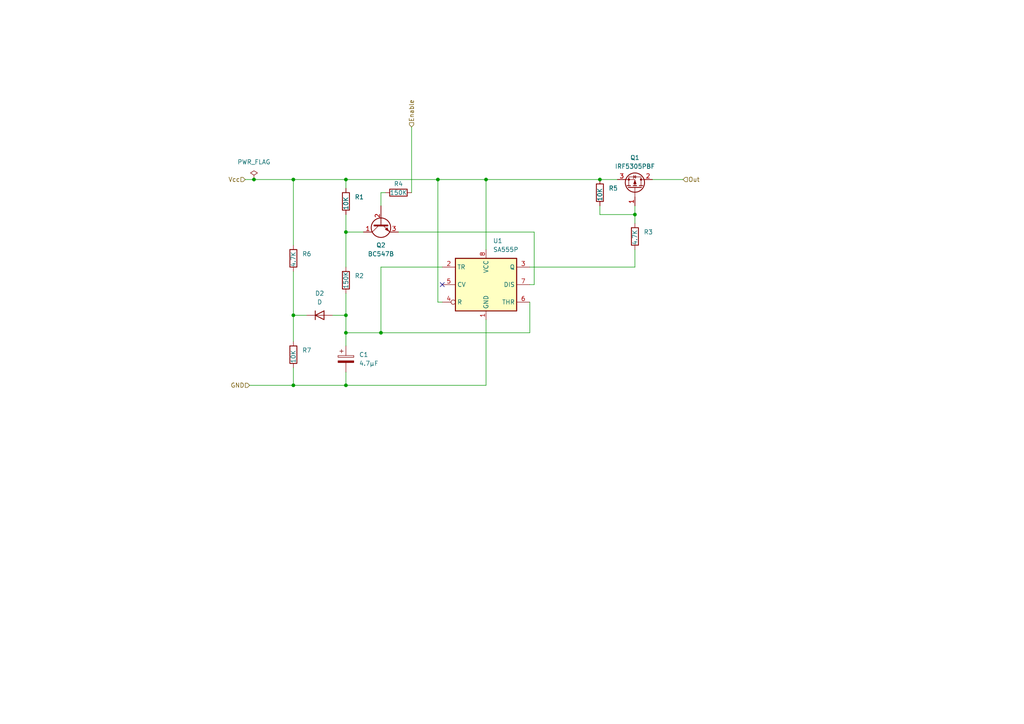
<source format=kicad_sch>
(kicad_sch (version 20211123) (generator eeschema)
  (paper "A4")
  (title_block (title "Module clignotant") (date "2025-01-08") (company "Vélo solaire pour tous") (comment 1 "Licence CERN-OHL-S version 2"))
  (lib_symbols
    (symbol "Device:C_Polarized" (pin_numbers hide) (pin_names (offset 0.254))
      (property "Reference" "C" (at 0.635 2.54 0))
      (property "Value" "C_Polarized" (at 0.635 -2.54 0))
      (symbol "C_Polarized_0_1"
        (rectangle (start -2.286 0.508) (end 2.286 1.016))
        (polyline (pts (xy -1.778 2.286) (xy -0.762 2.286)))
        (polyline (pts (xy -1.27 2.794) (xy -1.27 1.778)))
        (rectangle (start 2.286 -0.508) (end -2.286 -1.016) (fill (type outline)))
      )
      (symbol "C_Polarized_1_1"
        (pin passive line (at 0 3.81 270) (length 2.794) (name "~") (number "1"))
        (pin passive line (at 0 -3.81 90) (length 2.794) (name "~") (number "2"))
      )
    )
    (symbol "Device:D" (pin_numbers hide) (pin_names (offset 1.016) hide)
      (property "Reference" "D" (at 0 2.54 0))
      (property "Value" "D" (at 0 -2.54 0))
      (symbol "D_0_1"
        (polyline (pts (xy -1.27 1.27) (xy -1.27 -1.27)) (stroke (width 0.254)))
        (polyline (pts (xy 1.27 0) (xy -1.27 0)))
        (polyline (pts (xy 1.27 1.27) (xy 1.27 -1.27) (xy -1.27 0) (xy 1.27 1.27)) (stroke (width 0.254)))
      )
      (symbol "D_1_1"
        (pin passive line (at -3.81 0 0) (length 2.54) (name "K") (number "1"))
        (pin passive line (at 3.81 0 180) (length 2.54) (name "A") (number "2"))
      )
    )
    (symbol "Device:Q_NPN_CBE" (pin_names (offset 0) hide)
      (property "Reference" "Q" (at 5.08 1.27 0))
      (property "Value" "Q_NPN_CBE" (at 5.08 -1.27 0))
      (symbol "Q_NPN_CBE_0_1"
        (polyline (pts (xy 0.635 0.635) (xy 2.54 2.54)))
        (polyline (pts (xy 0.635 -0.635) (xy 2.54 -2.54) (xy 2.54 -2.54)))
        (polyline (pts (xy 0.635 1.905) (xy 0.635 -1.905) (xy 0.635 -1.905)) (stroke (width 0.508)))
        (polyline (pts (xy 1.27 -1.778) (xy 1.778 -1.27) (xy 2.286 -2.286) (xy 1.27 -1.778) (xy 1.27 -1.778)) (fill (type outline)))
        (circle (center 1.27 0) (radius 2.8194) (stroke (width 0.254)))
      )
      (symbol "Q_NPN_CBE_1_1"
        (pin passive line (at 2.54 5.08 270) (length 2.54) (name "C") (number "1"))
        (pin input line (at -5.08 0 0) (length 5.715) (name "B") (number "2"))
        (pin passive line (at 2.54 -5.08 90) (length 2.54) (name "E") (number "3"))
      )
    )
    (symbol "Device:R" (pin_numbers hide) (pin_names (offset 0))
      (property "Reference" "R" (at 2.032 0 90))
      (property "Value" "R" (at 0 0 90))
      (symbol "R_0_1"
        (rectangle (start -1.016 -2.54) (end 1.016 2.54) (stroke (width 0.254)))
      )
      (symbol "R_1_1"
        (pin passive line (at 0 3.81 270) (length 1.27) (name "~") (number "1"))
        (pin passive line (at 0 -3.81 90) (length 1.27) (name "~") (number "2"))
      )
    )
    (symbol "Timer:SA555P"
      (property "Reference" "U" (at -10.16 8.89 0))
      (property "Value" "SA555P" (at 2.54 8.89 0))
      (symbol "SA555P_0_0"
        (pin power_in line (at 0 -10.16 90) (length 2.54) (name "GND") (number "1"))
        (pin power_in line (at 0 10.16 270) (length 2.54) (name "VCC") (number "8"))
      )
      (symbol "SA555P_0_1"
        (rectangle (start -8.89 -7.62) (end 8.89 7.62) (stroke (width 0.254)) (fill (type background)))
        (rectangle (start -8.89 -7.62) (end 8.89 7.62) (stroke (width 0.254)) (fill (type background)))
      )
      (symbol "SA555P_1_1"
        (pin input line (at -12.7 5.08 0) (length 3.81) (name "TR") (number "2"))
        (pin output line (at 12.7 5.08 180) (length 3.81) (name "Q") (number "3"))
        (pin input inverted (at -12.7 -5.08 0) (length 3.81) (name "R") (number "4"))
        (pin input line (at -12.7 0 0) (length 3.81) (name "CV") (number "5"))
        (pin input line (at 12.7 -5.08 180) (length 3.81) (name "THR") (number "6"))
        (pin input line (at 12.7 0 180) (length 3.81) (name "DIS") (number "7"))
      )
    )
    (symbol "Transistor_FET:FQP27P06" (pin_names hide)
      (property "Reference" "Q" (at 5.08 1.905 0))
      (property "Value" "FQP27P06" (at 5.08 0 0))
      (symbol "FQP27P06_0_1"
        (polyline (pts (xy 0.254 0) (xy -2.54 0)))
        (polyline (pts (xy 0.254 1.905) (xy 0.254 -1.905)) (stroke (width 0.254)))
        (polyline (pts (xy 0.762 -1.27) (xy 0.762 -2.286)) (stroke (width 0.254)))
        (polyline (pts (xy 0.762 0.508) (xy 0.762 -0.508)) (stroke (width 0.254)))
        (polyline (pts (xy 0.762 2.286) (xy 0.762 1.27)) (stroke (width 0.254)))
        (polyline (pts (xy 2.54 2.54) (xy 2.54 1.778)))
        (polyline (pts (xy 2.54 -2.54) (xy 2.54 0) (xy 0.762 0)))
        (polyline (pts (xy 0.762 1.778) (xy 3.302 1.778) (xy 3.302 -1.778) (xy 0.762 -1.778)))
        (polyline (pts (xy 2.286 0) (xy 1.27 0.381) (xy 1.27 -0.381) (xy 2.286 0)) (fill (type outline)))
        (polyline (pts (xy 2.794 -0.508) (xy 2.921 -0.381) (xy 3.683 -0.381) (xy 3.81 -0.254)))
        (polyline (pts (xy 3.302 -0.381) (xy 2.921 0.254) (xy 3.683 0.254) (xy 3.302 -0.381)))
        (circle (center 1.651 0) (radius 2.794) (stroke (width 0.254)))
        (circle (center 2.54 -1.778) (radius 0.254) (fill (type outline)))
        (circle (center 2.54 1.778) (radius 0.254) (fill (type outline)))
      )
      (symbol "FQP27P06_1_1"
        (pin input line (at -5.08 0 0) (length 2.54) (name "G") (number "1"))
        (pin passive line (at 2.54 5.08 270) (length 2.54) (name "D") (number "2"))
        (pin passive line (at 2.54 -5.08 90) (length 2.54) (name "S") (number "3"))
      )
    )
    (symbol "power:PWR_FLAG" (power) (pin_numbers hide) (pin_names (offset 0) hide)
      (property "Value" "PWR_FLAG" (at 0 3.81 0))
      (symbol "PWR_FLAG_0_0"
        (pin power_out line (at 0 0 90) (length 0) (name "pwr") (number "1"))
      )
      (symbol "PWR_FLAG_0_1"
        (polyline (pts (xy 0 0) (xy 0 1.27) (xy -1.016 1.905) (xy 0 2.54) (xy 1.016 1.905) (xy 0 1.27)))
      )
    )
  )
  (junction (at 100.33 91.44))
  (junction (at 140.97 52.07))
  (junction (at 184.15 62.23))
  (junction (at 100.33 67.31))
  (junction (at 100.33 52.07))
  (junction (at 85.09 91.44))
  (junction (at 173.99 52.07))
  (junction (at 85.09 52.07))
  (junction (at 73.66 52.07))
  (junction (at 127 52.07))
  (junction (at 100.33 111.76))
  (junction (at 85.09 111.76))
  (junction (at 110.49 96.52))
  (junction (at 100.33 96.52))
  (no_connect (at 128.27 82.55))
  (wire (pts (xy 85.09 91.44) (xy 88.9 91.44)))
  (wire (pts (xy 127 52.07) (xy 127 87.63)))
  (wire (pts (xy 140.97 52.07) (xy 140.97 72.39)))
  (wire (pts (xy 111.76 55.88) (xy 110.49 55.88)))
  (wire (pts (xy 140.97 92.71) (xy 140.97 111.76)))
  (wire (pts (xy 128.27 77.47) (xy 110.49 77.47)))
  (wire (pts (xy 85.09 106.68) (xy 85.09 111.76)))
  (wire (pts (xy 140.97 52.07) (xy 173.99 52.07)))
  (wire (pts (xy 153.67 96.52) (xy 110.49 96.52)))
  (wire (pts (xy 100.33 67.31) (xy 100.33 77.47)))
  (wire (pts (xy 189.23 52.07) (xy 198.12 52.07)))
  (wire (pts (xy 153.67 82.55) (xy 154.94 82.55)))
  (wire (pts (xy 100.33 111.76) (xy 100.33 107.95)))
  (wire (pts (xy 100.33 67.31) (xy 105.41 67.31)))
  (wire (pts (xy 110.49 77.47) (xy 110.49 96.52)))
  (wire (pts (xy 119.38 36.83) (xy 119.38 55.88)))
  (wire (pts (xy 85.09 52.07) (xy 85.09 71.12)))
  (wire (pts (xy 100.33 91.44) (xy 100.33 96.52)))
  (wire (pts (xy 100.33 111.76) (xy 140.97 111.76)))
  (wire (pts (xy 153.67 77.47) (xy 184.15 77.47)))
  (wire (pts (xy 71.12 52.07) (xy 73.66 52.07)))
  (wire (pts (xy 184.15 64.77) (xy 184.15 62.23)))
  (wire (pts (xy 128.27 87.63) (xy 127 87.63)))
  (wire (pts (xy 100.33 85.09) (xy 100.33 91.44)))
  (wire (pts (xy 100.33 96.52) (xy 110.49 96.52)))
  (wire (pts (xy 184.15 62.23) (xy 184.15 59.69)))
  (wire (pts (xy 85.09 52.07) (xy 100.33 52.07)))
  (wire (pts (xy 85.09 91.44) (xy 85.09 99.06)))
  (wire (pts (xy 115.57 67.31) (xy 154.94 67.31)))
  (wire (pts (xy 73.66 52.07) (xy 85.09 52.07)))
  (wire (pts (xy 110.49 55.88) (xy 110.49 59.69)))
  (wire (pts (xy 85.09 78.74) (xy 85.09 91.44)))
  (wire (pts (xy 153.67 87.63) (xy 153.67 96.52)))
  (wire (pts (xy 100.33 96.52) (xy 100.33 100.33)))
  (wire (pts (xy 96.52 91.44) (xy 100.33 91.44)))
  (wire (pts (xy 173.99 52.07) (xy 179.07 52.07)))
  (wire (pts (xy 100.33 52.07) (xy 100.33 54.61)))
  (wire (pts (xy 184.15 72.39) (xy 184.15 77.47)))
  (wire (pts (xy 85.09 111.76) (xy 100.33 111.76)))
  (wire (pts (xy 173.99 62.23) (xy 184.15 62.23)))
  (wire (pts (xy 100.33 62.23) (xy 100.33 67.31)))
  (wire (pts (xy 72.39 111.76) (xy 85.09 111.76)))
  (wire (pts (xy 127 52.07) (xy 140.97 52.07)))
  (wire (pts (xy 100.33 52.07) (xy 127 52.07)))
  (wire (pts (xy 173.99 59.69) (xy 173.99 62.23)))
  (wire (pts (xy 154.94 67.31) (xy 154.94 82.55)))
  (hierarchical_label "Out" (shape input) (at 198.12 52.07 0))
  (hierarchical_label "GND" (shape input) (at 72.39 111.76 180))
  (hierarchical_label "Enable" (shape input) (at 119.38 36.83 90))
  (hierarchical_label "Vcc" (shape input) (at 71.12 52.07 180))
  (symbol (lib_id "Device:R") (at 85.09 102.87 0) (unit 1)
    (property "Reference" "R7" (at 87.63 101.5999 0) (effects (justify left)))
    (property "Value" "10K" (at 85.09 105.41 90) (effects (justify left)))
    (property "Footprint" "Resistor_THT:R_Axial_DIN0207_L6.3mm_D2.5mm_P10.16mm_Horizontal" (effects hide))
  )
  (symbol (lib_id "Device:R") (at 100.33 81.28 0) (unit 1)
    (property "Reference" "R2" (at 102.87 80.0099 0) (effects (justify left)))
    (property "Value" "150K" (at 100.33 83.82 90) (effects (justify left)))
    (property "Footprint" "Resistor_THT:R_Axial_DIN0207_L6.3mm_D2.5mm_P10.16mm_Horizontal" (effects hide))
  )
  (symbol (lib_id "Timer:SA555P") (at 140.97 82.55 0) (unit 1)
    (property "Reference" "U1" (at 142.9894 69.85 0) (effects (justify left)))
    (property "Value" "SA555P" (at 142.9894 72.39 0) (effects (justify left)))
    (property "Footprint" "Package_DIP:DIP-8_W7.62mm" (effects hide))
    (property "Datasheet" "http://www.ti.com/lit/ds/symlink/ne555.pdf" (effects hide))
  )
  (symbol (lib_id "Device:Q_NPN_CBE") (at 110.49 64.77 90) (mirror x) (unit 1)
    (property "Reference" "Q2" (at 110.49 71.12 90))
    (property "Value" "BC547B" (at 110.49 73.66 90))
    (property "Footprint" "circuit:TO-92L_Inline" (effects hide))
  )
  (symbol (lib_id "Device:R") (at 115.57 55.88 90) (unit 1)
    (property "Reference" "R4" (at 115.57 53.34 90))
    (property "Value" "150K" (at 115.57 55.88 90))
    (property "Footprint" "Resistor_THT:R_Axial_DIN0207_L6.3mm_D2.5mm_P10.16mm_Horizontal" (effects hide))
  )
  (symbol (lib_id "Device:R") (at 100.33 58.42 0) (unit 1)
    (property "Reference" "R1" (at 102.87 57.1499 0) (effects (justify left)))
    (property "Value" "10K" (at 100.33 60.96 90) (effects (justify left)))
    (property "Footprint" "Resistor_THT:R_Axial_DIN0207_L6.3mm_D2.5mm_P10.16mm_Horizontal" (effects hide))
  )
  (symbol (lib_id "Device:R") (at 184.15 68.58 180) (unit 1)
    (property "Reference" "R3" (at 186.69 67.3099 0) (effects (justify right)))
    (property "Value" "4.7K" (at 184.15 71.12 90) (effects (justify right)))
    (property "Footprint" "Resistor_THT:R_Axial_DIN0207_L6.3mm_D2.5mm_P10.16mm_Horizontal" (effects hide))
  )
  (symbol (lib_id "Device:R") (at 85.09 74.93 0) (unit 1)
    (property "Reference" "R6" (at 87.63 73.6599 0) (effects (justify left)))
    (property "Value" "4.7K" (at 85.09 77.47 90) (effects (justify left)))
    (property "Footprint" "Resistor_THT:R_Axial_DIN0207_L6.3mm_D2.5mm_P10.16mm_Horizontal" (effects hide))
  )
  (symbol (lib_id "power:PWR_FLAG") (at 73.66 52.07 0) (unit 1)
    (property "Reference" "#FLG0101" (effects hide))
    (property "Value" "PWR_FLAG" (at 73.66 46.99 0))
  )
  (symbol (lib_id "Device:R") (at 173.99 55.88 0) (unit 1)
    (property "Reference" "R5" (at 176.53 54.6099 0) (effects (justify left)))
    (property "Value" "10K" (at 173.99 58.42 90) (effects (justify left)))
    (property "Footprint" "Resistor_THT:R_Axial_DIN0207_L6.3mm_D2.5mm_P10.16mm_Horizontal" (effects hide))
  )
  (symbol (lib_id "Device:D") (at 92.71 91.44 0) (unit 1)
    (property "Reference" "D2" (at 92.71 85.09 0))
    (property "Value" "D" (at 92.71 87.63 0))
    (property "Footprint" "Diode_THT:D_DO-35_SOD27_P7.62mm_Horizontal" (effects hide))
  )
  (symbol (lib_id "Transistor_FET:FQP27P06") (at 184.15 54.61 270) (mirror x) (unit 1)
    (property "Reference" "Q1" (at 184.15 45.72 90))
    (property "Value" "IRF5305PBF" (at 184.15 48.26 90))
    (property "Footprint" "circuit:TO-220-3_Vertical" (effects hide))
  )
  (symbol (lib_id "Device:C_Polarized") (at 100.33 104.14 0) (unit 1)
    (property "Reference" "C1" (at 104.14 102.8699 0) (effects (justify left)))
    (property "Value" "4.7µF" (at 104.14 105.4099 0) (effects (justify left)))
    (property "Footprint" "circuit:C_Polarized_P5.00mm" (effects hide))
  )
)
</source>
